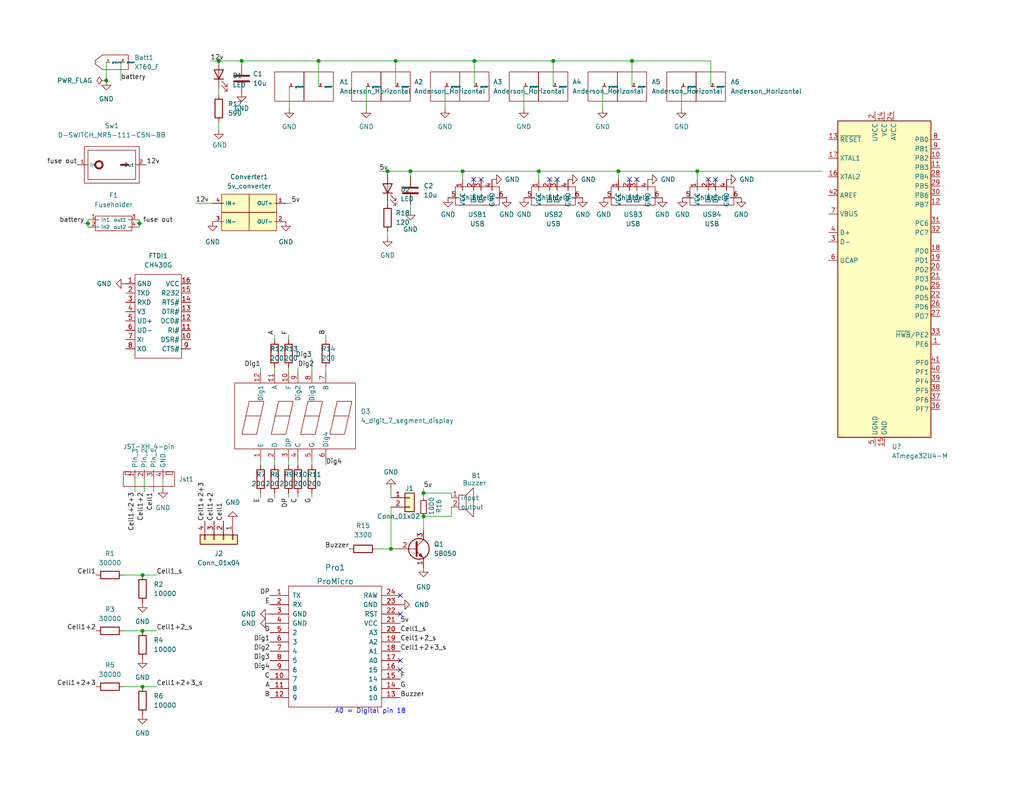
<source format=kicad_sch>
(kicad_sch (version 20211123) (generator eeschema)
  (paper "USLetter")
  (title_block (title "Power Distribution Board") (rev "1") (company "Pioneers in Engineering") (comment 1 "Design By: Justin H."))
  (lib_symbols
    (symbol "5v_converter_1"
      (property "Reference" "U" (at 0 8.5 0))
      (property "Value" "5v_converter_1" (at 0.5 6.5 0))
      (symbol "5v_converter_1_0_0"
        (pin passive line (at 10 2.5 180) (length 3) (name "OUT+") (number "1"))
        (pin passive line (at 10 -2.5 180) (length 3) (name "OUT-") (number "2"))
        (pin passive line (at -10 -2.5 0) (length 3) (name "IN-") (number "3"))
        (pin passive line (at -10 2.5 0) (length 3) (name "IN+") (number "4"))
      )
      (symbol "5v_converter_1_0_1"
        (rectangle (start 0 0) (end -7.5 -5) (fill (type background)))
        (rectangle (start 0 0) (end 7.5 -5) (fill (type background)))
        (rectangle (start 0 5) (end -7.5 0) (fill (type background)))
        (rectangle (start 0 5) (end 7.5 0) (fill (type background)))
      )
    )
    (symbol "Connector_Generic:Conn_01x02" (pin_names (offset 1.016) hide)
      (property "Reference" "J" (at 0 2.54 0))
      (property "Value" "Conn_01x02" (at 0 -5.08 0))
      (symbol "Conn_01x02_1_1"
        (rectangle (start -1.27 -2.413) (end 0 -2.667) (stroke (width 0.1524)))
        (rectangle (start -1.27 0.127) (end 0 -0.127) (stroke (width 0.1524)))
        (rectangle (start -1.27 1.27) (end 1.27 -3.81) (stroke (width 0.254)) (fill (type background)))
        (pin passive line (at -5.08 0 0) (length 3.81) (name "Pin_1") (number "1"))
        (pin passive line (at -5.08 -2.54 0) (length 3.81) (name "Pin_2") (number "2"))
      )
    )
    (symbol "Connector_Generic:Conn_01x04" (pin_names (offset 1.016) hide)
      (property "Reference" "J" (at 0 5.08 0))
      (property "Value" "Conn_01x04" (at 0 -7.62 0))
      (symbol "Conn_01x04_1_1"
        (rectangle (start -1.27 -4.953) (end 0 -5.207) (stroke (width 0.1524)))
        (rectangle (start -1.27 -2.413) (end 0 -2.667) (stroke (width 0.1524)))
        (rectangle (start -1.27 0.127) (end 0 -0.127) (stroke (width 0.1524)))
        (rectangle (start -1.27 2.667) (end 0 2.413) (stroke (width 0.1524)))
        (rectangle (start -1.27 3.81) (end 1.27 -6.35) (stroke (width 0.254)) (fill (type background)))
        (pin passive line (at -5.08 2.54 0) (length 3.81) (name "Pin_1") (number "1"))
        (pin passive line (at -5.08 0 0) (length 3.81) (name "Pin_2") (number "2"))
        (pin passive line (at -5.08 -2.54 0) (length 3.81) (name "Pin_3") (number "3"))
        (pin passive line (at -5.08 -5.08 0) (length 3.81) (name "Pin_4") (number "4"))
      )
    )
    (symbol "Device:C" (pin_numbers hide) (pin_names (offset 0.254))
      (property "Reference" "C" (at 0.635 2.54 0))
      (property "Value" "C" (at 0.635 -2.54 0))
      (symbol "C_0_1"
        (polyline (pts (xy -2.032 -0.762) (xy 2.032 -0.762)) (stroke (width 0.508)))
        (polyline (pts (xy -2.032 0.762) (xy 2.032 0.762)) (stroke (width 0.508)))
      )
      (symbol "C_1_1"
        (pin passive line (at 0 3.81 270) (length 2.794) (name "~") (number "1"))
        (pin passive line (at 0 -3.81 90) (length 2.794) (name "~") (number "2"))
      )
    )
    (symbol "Device:LED" (pin_numbers hide) (pin_names (offset 1.016) hide)
      (property "Reference" "D" (at 0 2.54 0))
      (property "Value" "LED" (at 0 -2.54 0))
      (symbol "LED_0_1"
        (polyline (pts (xy -1.27 -1.27) (xy -1.27 1.27)) (stroke (width 0.254)))
        (polyline (pts (xy -1.27 0) (xy 1.27 0)))
        (polyline (pts (xy 1.27 -1.27) (xy 1.27 1.27) (xy -1.27 0) (xy 1.27 -1.27)) (stroke (width 0.254)))
        (polyline (pts (xy -3.048 -0.762) (xy -4.572 -2.286) (xy -3.81 -2.286) (xy -4.572 -2.286) (xy -4.572 -1.524)))
        (polyline (pts (xy -1.778 -0.762) (xy -3.302 -2.286) (xy -2.54 -2.286) (xy -3.302 -2.286) (xy -3.302 -1.524)))
      )
      (symbol "LED_1_1"
        (pin passive line (at -3.81 0 0) (length 2.54) (name "K") (number "1"))
        (pin passive line (at 3.81 0 180) (length 2.54) (name "A") (number "2"))
      )
    )
    (symbol "Device:R" (pin_numbers hide) (pin_names (offset 0))
      (property "Reference" "R" (at 2.032 0 90))
      (property "Value" "R" (at 0 0 90))
      (symbol "R_0_1"
        (rectangle (start -1.016 -2.54) (end 1.016 2.54) (stroke (width 0.254)))
      )
      (symbol "R_1_1"
        (pin passive line (at 0 3.81 270) (length 1.27) (name "~") (number "1"))
        (pin passive line (at 0 -3.81 90) (length 1.27) (name "~") (number "2"))
      )
    )
    (symbol "Device:R_Small" (pin_numbers hide) (pin_names (offset 0.254) hide)
      (property "Reference" "R" (at 0.762 0.508 0))
      (property "Value" "R_Small" (at 0.762 -1.016 0))
      (symbol "R_Small_0_1"
        (rectangle (start -0.762 1.778) (end 0.762 -1.778) (stroke (width 0.2032)))
      )
      (symbol "R_Small_1_1"
        (pin passive line (at 0 2.54 270) (length 0.762) (name "~") (number "1"))
        (pin passive line (at 0 -2.54 90) (length 0.762) (name "~") (number "2"))
      )
    )
    (symbol "MCU_Microchip_ATmega:ATmega32U4-M"
      (property "Reference" "U" (at -12.7 44.45 0))
      (property "Value" "ATmega32U4-M" (at 2.54 -44.45 0))
      (symbol "ATmega32U4-M_0_1"
        (rectangle (start -12.7 -43.18) (end 12.7 43.18) (stroke (width 0.254)) (fill (type background)))
      )
      (symbol "ATmega32U4-M_1_1"
        (pin bidirectional line (at 15.24 -17.78 180) (length 2.54) (name "PE6") (number "1"))
        (pin bidirectional line (at 15.24 33.02 180) (length 2.54) (name "PB2") (number "10"))
        (pin bidirectional line (at 15.24 30.48 180) (length 2.54) (name "PB3") (number "11"))
        (pin bidirectional line (at 15.24 20.32 180) (length 2.54) (name "PB7") (number "12"))
        (pin input line (at -15.24 38.1 0) (length 2.54) (name "~{RESET}") (number "13"))
        (pin power_in line (at 0 45.72 270) (length 2.54) (name "VCC") (number "14"))
        (pin power_in line (at 0 -45.72 90) (length 2.54) (name "GND") (number "15"))
        (pin output line (at -15.24 27.94 0) (length 2.54) (name "XTAL2") (number "16"))
        (pin input line (at -15.24 33.02 0) (length 2.54) (name "XTAL1") (number "17"))
        (pin bidirectional line (at 15.24 7.62 180) (length 2.54) (name "PD0") (number "18"))
        (pin bidirectional line (at 15.24 5.08 180) (length 2.54) (name "PD1") (number "19"))
        (pin power_in line (at -2.54 45.72 270) (length 2.54) (name "UVCC") (number "2"))
        (pin bidirectional line (at 15.24 2.54 180) (length 2.54) (name "PD2") (number "20"))
        (pin bidirectional line (at 15.24 0 180) (length 2.54) (name "PD3") (number "21"))
        (pin bidirectional line (at 15.24 -5.08 180) (length 2.54) (name "PD5") (number "22"))
        (pin passive line (at 0 -45.72 90) (length 2.54) hide (name "GND") (number "23"))
        (pin power_in line (at 2.54 45.72 270) (length 2.54) (name "AVCC") (number "24"))
        (pin bidirectional line (at 15.24 -2.54 180) (length 2.54) (name "PD4") (number "25"))
        (pin bidirectional line (at 15.24 -7.62 180) (length 2.54) (name "PD6") (number "26"))
        (pin bidirectional line (at 15.24 -10.16 180) (length 2.54) (name "PD7") (number "27"))
        (pin bidirectional line (at 15.24 27.94 180) (length 2.54) (name "PB4") (number "28"))
        (pin bidirectional line (at 15.24 25.4 180) (length 2.54) (name "PB5") (number "29"))
        (pin bidirectional line (at -15.24 10.16 0) (length 2.54) (name "D-") (number "3"))
        (pin bidirectional line (at 15.24 22.86 180) (length 2.54) (name "PB6") (number "30"))
        (pin bidirectional line (at 15.24 15.24 180) (length 2.54) (name "PC6") (number "31"))
        (pin bidirectional line (at 15.24 12.7 180) (length 2.54) (name "PC7") (number "32"))
        (pin bidirectional line (at 15.24 -15.24 180) (length 2.54) (name "~{HWB}/PE2") (number "33"))
        (pin passive line (at 0 45.72 270) (length 2.54) hide (name "VCC") (number "34"))
        (pin passive line (at 0 -45.72 90) (length 2.54) hide (name "GND") (number "35"))
        (pin bidirectional line (at 15.24 -35.56 180) (length 2.54) (name "PF7") (number "36"))
        (pin bidirectional line (at 15.24 -33.02 180) (length 2.54) (name "PF6") (number "37"))
        (pin bidirectional line (at 15.24 -30.48 180) (length 2.54) (name "PF5") (number "38"))
        (pin bidirectional line (at 15.24 -27.94 180) (length 2.54) (name "PF4") (number "39"))
        (pin bidirectional line (at -15.24 12.7 0) (length 2.54) (name "D+") (number "4"))
        (pin bidirectional line (at 15.24 -25.4 180) (length 2.54) (name "PF1") (number "40"))
        (pin bidirectional line (at 15.24 -22.86 180) (length 2.54) (name "PF0") (number "41"))
        (pin passive line (at -15.24 22.86 0) (length 2.54) (name "AREF") (number "42"))
        (pin passive line (at 0 -45.72 90) (length 2.54) hide (name "GND") (number "43"))
        (pin passive line (at 2.54 45.72 270) (length 2.54) hide (name "AVCC") (number "44"))
        (pin passive line (at 0 -45.72 90) (length 2.54) hide (name "GND") (number "45"))
        (pin passive line (at -2.54 -45.72 90) (length 2.54) (name "UGND") (number "5"))
        (pin passive line (at -15.24 5.08 0) (length 2.54) (name "UCAP") (number "6"))
        (pin input line (at -15.24 17.78 0) (length 2.54) (name "VBUS") (number "7"))
        (pin bidirectional line (at 15.24 38.1 180) (length 2.54) (name "PB0") (number "8"))
        (pin bidirectional line (at 15.24 35.56 180) (length 2.54) (name "PB1") (number "9"))
      )
    )
    (symbol "PiE_Symbols:4_digit_7_segment_display"
      (property "Reference" "D" (at 30 -2 0))
      (property "Value" "4_digit_7_segment_display" (at 30 1 0))
      (symbol "4_digit_7_segment_display_0_1"
        (rectangle (start -16 11) (end 17 -7))
        (polyline (pts (xy -9 2) (xy -13 2)))
        (polyline (pts (xy -1 2) (xy -5 2)))
        (polyline (pts (xy 7 2) (xy 3 2)))
        (polyline (pts (xy 15 2) (xy 11 2)))
        (polyline (pts (xy -12 6) (xy -8 6) (xy -10 -3) (xy -14 -3) (xy -12 6)))
        (polyline (pts (xy -4 6) (xy 0 6) (xy -2 -3) (xy -6 -3) (xy -4 6)))
        (polyline (pts (xy 4 6) (xy 8 6) (xy 6 -3) (xy 2 -3) (xy 4 6)))
        (polyline (pts (xy 12 6) (xy 16 6) (xy 14 -3) (xy 10 -3) (xy 12 6)))
      )
      (symbol "4_digit_7_segment_display_1_1"
        (pin passive line (at -8.89 -10.16 90) (length 3) (name "E") (number "1"))
        (pin passive line (at -1.27 13.97 270) (length 3) (name "F") (number "10"))
        (pin passive line (at -5.08 13.97 270) (length 3) (name "A") (number "11"))
        (pin passive line (at -8.89 13.97 270) (length 3) (name "Dig1") (number "12"))
        (pin passive line (at -5.08 -10.16 90) (length 3) (name "D") (number "2"))
        (pin passive line (at -1.27 -10.16 90) (length 3) (name "DP") (number "3"))
        (pin passive line (at 1.27 -10.16 90) (length 3) (name "C") (number "4"))
        (pin passive line (at 5.08 -10.16 90) (length 3) (name "G") (number "5"))
        (pin passive line (at 8.89 -10.16 90) (length 3) (name "Dig4") (number "6"))
        (pin passive line (at 8.89 13.97 270) (length 3) (name "B") (number "7"))
        (pin passive line (at 5.08 13.97 270) (length 3) (name "Dig3") (number "8"))
        (pin passive line (at 1.27 13.97 270) (length 3) (name "Dig2") (number "9"))
      )
    )
    (symbol "PiE_Symbols:Anderson_Horizontal"
      (property "Reference" "U" (at 0 4.54 0))
      (property "Value" "Anderson_Horizontal" (at 0 2 0))
      (symbol "Anderson_Horizontal_0_1"
        (rectangle (start 0 0) (end -8 -8))
        (rectangle (start 0 0) (end 8 -8))
      )
      (symbol "Anderson_Horizontal_1_1"
        (pin passive line (at -4 -4 0) (length 1) (name "ground") (number "1"))
        (pin passive line (at 4 -4 0) (length 1) (name "power") (number "2"))
      )
    )
    (symbol "PiE_Symbols:Buzzer"
      (property "Reference" "B" (at 0 9 0))
      (property "Value" "Buzzer" (at 0 11 0))
      (symbol "Buzzer_0_1"
        (rectangle (start -2 4) (end 2 2))
        (polyline (pts (xy -2 4) (xy -4 6) (xy 4 6) (xy 2 4)))
      )
      (symbol "Buzzer_1_1"
        (pin passive line (at -1.27 0 90) (length 2) (name "input") (number "1"))
        (pin passive line (at 1.27 0 90) (length 2) (name "output") (number "2"))
      )
    )
    (symbol "PiE_Symbols:CH430G"
      (property "Reference" "FTDI" (at 0 1.73 0))
      (property "Value" "CH430G" (at 0 3.73 0))
      (symbol "CH430G_0_1"
        (rectangle (start -6.35 0) (end 6.35 -22.86))
      )
      (symbol "CH430G_1_1"
        (pin passive line (at -8.89 -2.54 0) (length 2.54) (name "GND") (number "1"))
        (pin passive line (at 8.89 -17.78 180) (length 2.54) (name "DSR#") (number "10"))
        (pin passive line (at 8.89 -15.24 180) (length 2.54) (name "RI#") (number "11"))
        (pin passive line (at 8.89 -12.7 180) (length 2.54) (name "DCD#") (number "12"))
        (pin passive line (at 8.89 -10.16 180) (length 2.54) (name "DTR#") (number "13"))
        (pin passive line (at 8.89 -7.62 180) (length 2.54) (name "RTS#") (number "14"))
        (pin passive line (at 8.89 -5.08 180) (length 2.54) (name "R232") (number "15"))
        (pin passive line (at 8.89 -2.54 180) (length 2.54) (name "VCC") (number "16"))
        (pin passive line (at -8.89 -5.08 0) (length 2.54) (name "TXD") (number "2"))
        (pin passive line (at -8.89 -7.62 0) (length 2.54) (name "RXD") (number "3"))
        (pin passive line (at -8.89 -10.16 0) (length 2.54) (name "V3") (number "4"))
        (pin passive line (at -8.89 -12.7 0) (length 2.54) (name "UD+") (number "5"))
        (pin passive line (at -8.89 -15.24 0) (length 2.54) (name "UD-") (number "6"))
        (pin passive line (at -8.89 -17.78 0) (length 2.54) (name "XI") (number "7"))
        (pin passive line (at -8.89 -20.32 0) (length 2.54) (name "XO") (number "8"))
        (pin passive line (at 8.89 -20.32 180) (length 2.54) (name "CTS#") (number "9"))
      )
    )
    (symbol "PiE_Symbols:D-SWITCH_MR5-111-C5N-BB"
      (property "Reference" "Sw" (at 0 6 0))
      (property "Value" "D-SWITCH_MR5-111-C5N-BB" (at 0 8 0))
      (symbol "D-SWITCH_MR5-111-C5N-BB_0_1"
        (rectangle (start -7 5) (end 8 -5))
        (rectangle (start -6 4) (end 7 -4))
        (circle (center -3 0) (radius 1) (stroke (width 0.5)))
        (polyline (pts (xy 3 0) (xy 5 0)) (stroke (width 0.5)))
      )
      (symbol "D-SWITCH_MR5-111-C5N-BB_1_1"
        (pin passive line (at -9 0 0) (length 3) (name "In") (number "1"))
        (pin passive line (at 10 0 180) (length 3) (name "Out") (number "2"))
      )
    )
    (symbol "PiE_Symbols:Fuseholder"
      (property "Reference" "F" (at 0 3 0))
      (property "Value" "Fuseholder" (at 0 5 0))
      (symbol "Fuseholder_0_0"
        (rectangle (start -5 2) (end 5 -2))
      )
      (symbol "Fuseholder_1_1"
        (pin passive line (at -7 1 0) (length 3) (name "in1") (number "1"))
        (pin passive line (at -7 -1 0) (length 3) (name "in2") (number "2"))
        (pin passive line (at 7 1 180) (length 3) (name "out1") (number "3"))
        (pin passive line (at 7 -1 180) (length 3) (name "out2") (number "4"))
      )
    )
    (symbol "PiE_Symbols:JST-XH_4-pin"
      (property "Reference" "Jst" (at 0 -10.16 0))
      (property "Value" "JST-XH_4-pin" (at 1.27 -8.89 0))
      (symbol "JST-XH_4-pin_0_1"
        (rectangle (start -7 2) (end 7 -2))
        (rectangle (start -6.5 2) (end -4.95 1.2))
        (rectangle (start 4.65 2) (end 6.45 1.25))
      )
      (symbol "JST-XH_4-pin_1_1"
        (pin passive line (at -3.81 0 90) (length 2.54) (name "Pin_3") (number "1"))
        (pin passive line (at -1.27 0 90) (length 2.54) (name "Pin_2") (number "2"))
        (pin passive line (at 1.27 0 90) (length 2.54) (name "Pin_1") (number "3"))
        (pin input line (at 3.81 0 90) (length 2.54) (name "GND") (number "4"))
      )
    )
    (symbol "PiE_Symbols:ProMicro" (pin_names (offset 1.016))
      (property "Reference" "U" (at 0 24.13 0))
      (property "Value" "ProMicro" (at 0 -13.97 0))
      (symbol "ProMicro_0_1"
        (rectangle (start -12.7 21.59) (end 12.7 -11.43))
      )
      (symbol "ProMicro_1_1"
        (pin bidirectional line (at -17.78 19.05 0) (length 5.08) (name "TX") (number "1"))
        (pin bidirectional line (at -17.78 -3.81 0) (length 5.08) (name "7") (number "10"))
        (pin bidirectional line (at -17.78 -6.35 0) (length 5.08) (name "8") (number "11"))
        (pin bidirectional line (at -17.78 -8.89 0) (length 5.08) (name "9") (number "12"))
        (pin bidirectional line (at 17.78 -8.89 180) (length 5.08) (name "10") (number "13"))
        (pin bidirectional line (at 17.78 -6.35 180) (length 5.08) (name "16") (number "14"))
        (pin bidirectional line (at 17.78 -3.81 180) (length 5.08) (name "14") (number "15"))
        (pin bidirectional line (at 17.78 -1.27 180) (length 5.08) (name "15") (number "16"))
        (pin bidirectional line (at 17.78 1.27 180) (length 5.08) (name "A0") (number "17"))
        (pin bidirectional line (at 17.78 3.81 180) (length 5.08) (name "A1") (number "18"))
        (pin bidirectional line (at 17.78 6.35 180) (length 5.08) (name "A2") (number "19"))
        (pin bidirectional line (at -17.78 16.51 0) (length 5.08) (name "RX") (number "2"))
        (pin bidirectional line (at 17.78 8.89 180) (length 5.08) (name "A3") (number "20"))
        (pin bidirectional line (at 17.78 11.43 180) (length 5.08) (name "VCC") (number "21"))
        (pin input line (at 17.78 13.97 180) (length 5.08) (name "RST") (number "22"))
        (pin power_in line (at 17.78 16.51 180) (length 5.08) (name "GND") (number "23"))
        (pin power_out line (at 17.78 19.05 180) (length 5.08) (name "RAW") (number "24"))
        (pin power_in line (at -17.78 13.97 0) (length 5.08) (name "GND") (number "3"))
        (pin power_in line (at -17.78 11.43 0) (length 5.08) (name "GND") (number "4"))
        (pin bidirectional line (at -17.78 8.89 0) (length 5.08) (name "2") (number "5"))
        (pin bidirectional line (at -17.78 6.35 0) (length 5.08) (name "3") (number "6"))
        (pin bidirectional line (at -17.78 3.81 0) (length 5.08) (name "4") (number "7"))
        (pin bidirectional line (at -17.78 1.27 0) (length 5.08) (name "5") (number "8"))
        (pin bidirectional line (at -17.78 -1.27 0) (length 5.08) (name "6") (number "9"))
      )
    )
    (symbol "PiE_Symbols:USB_Type_A_903-331A1011D10100"
      (property "Reference" "USB" (at 0 10 0))
      (property "Value" "USB_Type_A_903-331A1011D10100" (at 1 12 0))
      (symbol "USB_Type_A_903-331A1011D10100_0_1"
        (rectangle (start -6 2) (end 6 -3))
      )
      (symbol "USB_Type_A_903-331A1011D10100_1_1"
        (pin passive line (at 4 -5 90) (length 3) (name "VCC") (number "1"))
        (pin passive line (at 1 -5 90) (length 3) (name "D-") (number "2"))
        (pin passive line (at -1 -5 90) (length 3) (name "D+") (number "3"))
        (pin passive line (at -4 -5 90) (length 3) (name "GND") (number "4"))
        (pin passive line (at 8 0 180) (length 3) (name "Shield") (number "5"))
        (pin passive line (at -8 0 0) (length 3) (name "Shield") (number "6"))
      )
    )
    (symbol "PiE_Symbols:XT60_F"
      (property "Reference" "U" (at 0 3.81 0))
      (property "Value" "XT60_F" (at 0 1.27 0))
      (symbol "XT60_F_0_1"
        (polyline (pts (xy -5 -1.5) (xy -5 -2.5)))
        (polyline (pts (xy -5 -1.5) (xy -3 0)))
        (polyline (pts (xy -3 -4) (xy -5 -2.5)))
        (polyline (pts (xy -3 -4) (xy 4 -4)))
        (polyline (pts (xy 4 -4) (xy 4 0)))
        (polyline (pts (xy 4 0) (xy -3 0)))
      )
      (symbol "XT60_F_1_1"
        (pin passive line (at -2 -2 0) (length 1) (name "ground") (number "1"))
        (pin passive line (at 2 -2 0) (length 1) (name "power") (number "2"))
      )
    )
    (symbol "Transistor_BJT:S8050" (pin_names (offset 0) hide)
      (property "Reference" "Q" (at 5.08 1.905 0))
      (property "Value" "S8050" (at 5.08 0 0))
      (symbol "S8050_0_1"
        (polyline (pts (xy 0 0) (xy 0.635 0)))
        (polyline (pts (xy 0.635 0.635) (xy 2.54 2.54)))
        (polyline (pts (xy 0.635 -0.635) (xy 2.54 -2.54) (xy 2.54 -2.54)))
        (polyline (pts (xy 0.635 1.905) (xy 0.635 -1.905) (xy 0.635 -1.905)) (stroke (width 0.508)))
        (polyline (pts (xy 1.27 -1.778) (xy 1.778 -1.27) (xy 2.286 -2.286) (xy 1.27 -1.778) (xy 1.27 -1.778)) (fill (type outline)))
        (circle (center 1.27 0) (radius 2.8194) (stroke (width 0.254)))
      )
      (symbol "S8050_1_1"
        (pin passive line (at 2.54 -5.08 90) (length 2.54) (name "E") (number "1"))
        (pin input line (at -5.08 0 0) (length 5.08) (name "B") (number "2"))
        (pin passive line (at 2.54 5.08 270) (length 2.54) (name "C") (number "3"))
      )
    )
    (symbol "power:GND" (power) (pin_names (offset 0))
      (property "Value" "GND" (at 0 -3.81 0))
      (symbol "GND_0_1"
        (polyline (pts (xy 0 0) (xy 0 -1.27) (xy 1.27 -1.27) (xy 0 -2.54) (xy -1.27 -1.27) (xy 0 -1.27)))
      )
      (symbol "GND_1_1"
        (pin power_in line (at 0 0 270) (length 0) hide (name "GND") (number "1"))
      )
    )
    (symbol "power:PWR_FLAG" (power) (pin_numbers hide) (pin_names (offset 0) hide)
      (property "Value" "PWR_FLAG" (at 0 3.81 0))
      (symbol "PWR_FLAG_0_0"
        (pin power_out line (at 0 0 90) (length 0) (name "pwr") (number "1"))
      )
      (symbol "PWR_FLAG_0_1"
        (polyline (pts (xy 0 0) (xy 0 1.27) (xy -1.016 1.905) (xy 0 2.54) (xy 1.016 1.905) (xy 0 1.27)))
      )
    )
  )
  (junction (at 115.57 134.62))
  (junction (at 38 61))
  (junction (at 115.57 140.97))
  (junction (at 38.89 157))
  (junction (at 147 46.75))
  (junction (at 65.94 16.63))
  (junction (at 86.94 16.63))
  (junction (at 105.75 46.75))
  (junction (at 38.89 172.24))
  (junction (at 190.25 46.75))
  (junction (at 24 61))
  (junction (at 106.68 149.86))
  (junction (at 129.44 16.63))
  (junction (at 107.94 16.63))
  (junction (at 59.69 16.51))
  (junction (at 150.94 16.63))
  (junction (at 59.69 16.63))
  (junction (at 38.89 187.48))
  (junction (at 126.25 46.75))
  (junction (at 29 22))
  (junction (at 112 46.75))
  (junction (at 172.44 16.63))
  (junction (at 168.75 46.75))
  (no_connect (at 173.75 49))
  (no_connect (at 131.25 49))
  (no_connect (at 129.25 49))
  (no_connect (at 152 49))
  (no_connect (at 195.25 49))
  (no_connect (at 171.75 49))
  (no_connect (at 109.22 182.88))
  (no_connect (at 109.22 180.34))
  (no_connect (at 109.22 162.56))
  (no_connect (at 109.22 167.64))
  (no_connect (at 150 49))
  (no_connect (at 193.25 49))
  (wire (pts (xy 123.19 135.89) (xy 123.19 134.62)))
  (wire (pts (xy 88.9 100.33) (xy 88.9 101.6)))
  (wire (pts (xy 81.28 100.33) (xy 81.28 101.6)))
  (wire (pts (xy 78.94 23.63) (xy 78.94 29.63)))
  (wire (pts (xy 190.25 46.75) (xy 224.25 46.75)))
  (wire (pts (xy 126.25 46.75) (xy 147 46.75)))
  (wire (pts (xy 38 60) (xy 38 61)))
  (wire (pts (xy 105.75 55.63) (xy 105.75 55.25)))
  (wire (pts (xy 168.75 46.75) (xy 168.75 49)))
  (wire (pts (xy 74.93 100.33) (xy 74.93 101.6)))
  (wire (pts (xy 39.37 130.81) (xy 39.37 134.31)))
  (wire (pts (xy 86.94 16.63) (xy 86.94 23.63)))
  (wire (pts (xy 86.94 16.63) (xy 107.94 16.63)))
  (wire (pts (xy 41.91 130.81) (xy 41.91 134.31)))
  (wire (pts (xy 88.9 125.73) (xy 88.9 127)))
  (wire (pts (xy 71.12 100.33) (xy 71.12 101.6)))
  (wire (pts (xy 85.09 125.73) (xy 85.09 127)))
  (wire (pts (xy 53.41 55.45) (xy 58 55.5)))
  (wire (pts (xy 147 46.75) (xy 168.75 46.75)))
  (wire (pts (xy 164.44 23.63) (xy 164.44 29.63)))
  (wire (pts (xy 38 61) (xy 38 62)))
  (wire (pts (xy 57.44 16.63) (xy 59.69 16.63)))
  (wire (pts (xy 38.89 187.48) (xy 42.7 187.48)))
  (wire (pts (xy 74.93 91.44) (xy 74.93 92.71)))
  (wire (pts (xy 74.93 134.62) (xy 74.93 135.89)))
  (wire (pts (xy 65.94 16.63) (xy 65.94 17.63)))
  (wire (pts (xy 112 55.81) (xy 112 57.5)))
  (wire (pts (xy 123.19 138.43) (xy 123.19 140.97)))
  (wire (pts (xy 112 46.75) (xy 126.25 46.75)))
  (wire (pts (xy 185.94 23.63) (xy 185.94 29.63)))
  (wire (pts (xy 65.94 25.25) (xy 65.94 25.19)))
  (wire (pts (xy 115.57 133.35) (xy 115.57 134.62)))
  (wire (pts (xy 107.94 16.63) (xy 129.44 16.63)))
  (wire (pts (xy 107.94 16.63) (xy 107.94 23.63)))
  (wire (pts (xy 168.75 46.75) (xy 190.25 46.75)))
  (wire (pts (xy 71.12 125.73) (xy 71.12 127)))
  (wire (pts (xy 59.69 16.51) (xy 59.69 16.63)))
  (wire (pts (xy 190.25 46.75) (xy 190.25 49)))
  (wire (pts (xy 193.94 16.63) (xy 193.94 23.63)))
  (wire (pts (xy 115.57 134.62) (xy 123.19 134.62)))
  (wire (pts (xy 33.81 172.24) (xy 38.89 172.24)))
  (wire (pts (xy 44.45 130.81) (xy 44.45 133.35)))
  (wire (pts (xy 102.87 149.86) (xy 106.68 149.86)))
  (wire (pts (xy 24 61) (xy 24 62)))
  (wire (pts (xy 129.44 16.63) (xy 129.44 23.63)))
  (wire (pts (xy 150.94 16.63) (xy 172.44 16.63)))
  (wire (pts (xy 105.75 46.75) (xy 105.75 47.63)))
  (wire (pts (xy 121.44 23.63) (xy 121.44 29.63)))
  (wire (pts (xy 172.44 16.63) (xy 172.44 23.63)))
  (wire (pts (xy 112 46.75) (xy 112 48.19)))
  (wire (pts (xy 85.09 134.62) (xy 85.09 135.89)))
  (wire (pts (xy 129.44 16.63) (xy 150.94 16.63)))
  (wire (pts (xy 33 17) (xy 33 22)))
  (wire (pts (xy 59.69 33.44) (xy 59.69 35.38)))
  (wire (pts (xy 33.81 157) (xy 38.89 157)))
  (wire (pts (xy 38.89 157) (xy 42.7 157)))
  (wire (pts (xy 147 46.75) (xy 147 49)))
  (wire (pts (xy 105.75 63.25) (xy 105.75 64.75)))
  (wire (pts (xy 85.09 97.79) (xy 85.09 101.6)))
  (wire (pts (xy 103.5 46.75) (xy 105.75 46.75)))
  (wire (pts (xy 81.28 125.73) (xy 81.28 127)))
  (wire (pts (xy 59.69 25.82) (xy 59.69 24.13)))
  (wire (pts (xy 71.12 134.62) (xy 71.12 135.89)))
  (wire (pts (xy 150.94 16.63) (xy 150.94 23.63)))
  (wire (pts (xy 38 61) (xy 39 61)))
  (wire (pts (xy 88.9 91.44) (xy 88.9 92.71)))
  (wire (pts (xy 105.75 46.75) (xy 112 46.75)))
  (wire (pts (xy 59.69 16.63) (xy 65.94 16.63)))
  (wire (pts (xy 33.81 187.48) (xy 38.89 187.48)))
  (wire (pts (xy 78.74 91.44) (xy 78.74 92.71)))
  (wire (pts (xy 24 60) (xy 24 61)))
  (wire (pts (xy 78.74 100.33) (xy 78.74 101.6)))
  (wire (pts (xy 99.94 23.63) (xy 99.94 29.63)))
  (wire (pts (xy 78.74 134.62) (xy 78.74 135.89)))
  (wire (pts (xy 115.57 140.97) (xy 123.19 140.97)))
  (wire (pts (xy 74.93 125.73) (xy 74.93 127)))
  (wire (pts (xy 106.68 149.86) (xy 107.95 149.86)))
  (wire (pts (xy 172.44 16.63) (xy 193.94 16.63)))
  (wire (pts (xy 78.74 125.73) (xy 78.74 127)))
  (wire (pts (xy 65.94 16.63) (xy 86.94 16.63)))
  (wire (pts (xy 78 55.5) (xy 79.5 55.5)))
  (wire (pts (xy 115.57 134.62) (xy 115.57 135.89)))
  (wire (pts (xy 126.25 46.75) (xy 126.25 49)))
  (wire (pts (xy 81.28 134.62) (xy 81.28 135.89)))
  (wire (pts (xy 23 61) (xy 24 61)))
  (wire (pts (xy 115.57 140.97) (xy 115.57 144.78)))
  (wire (pts (xy 29 17) (xy 29 22)))
  (wire (pts (xy 38.89 172.24) (xy 42.7 172.24)))
  (wire (pts (xy 36.83 130.81) (xy 36.83 134.31)))
  (wire (pts (xy 106.68 138.43) (xy 106.68 149.86)))
  (wire (pts (xy 106.68 133.35) (xy 106.68 135.89)))
  (wire (pts (xy 142.94 23.63) (xy 142.94 29.63)))
  (text "A0 = Digital pin 18" (at 91.3556 194.97 0) (effects (font (size 1.27 1.27)) (justify left bottom)))
  (label "E" (at 71.12 135.89 270))
  (label "5v" (at 103.5 46.75 0))
  (label "B" (at 88.9 91.44 90))
  (label "12v" (at 57.44 16.63 0))
  (label "Cell1+2+3_s" (at 109.22 177.8 0))
  (label "5v" (at 115.57 133.35 0))
  (label "G" (at 85.09 135.89 270))
  (label "Cell1" (at 41.91 134.31 270))
  (label "Dig2" (at 73.66 177.8 180))
  (label "Dig4" (at 73.66 182.88 180))
  (label "Cell1+2+3" (at 55.88 142.24 90))
  (label "12v" (at 53.41 55.45 0))
  (label "A" (at 73.66 187.96 180))
  (label "battery" (at 33 22 0))
  (label "Cell1_s" (at 42.7 157 0))
  (label "Cell1+2_s" (at 42.7 172.24 0))
  (label "Cell1" (at 60.96 142.24 90))
  (label "Cell1+2+3" (at 36.83 134.31 270))
  (label "Buzzer" (at 109.22 190.5 0))
  (label "Dig4" (at 88.9 127 0))
  (label "Cell1_s" (at 109.22 172.72 0))
  (label "Cell1+2" (at 58.42 142.24 90))
  (label "Buzzer" (at 95.25 149.86 180))
  (label "Dig3" (at 73.66 180.34 180))
  (label "fuse out" (at 21 45 180))
  (label "F" (at 78.74 91.44 90))
  (label "5v" (at 109.22 170.18 0))
  (label "C" (at 73.66 185.42 180))
  (label "F" (at 109.22 185.42 0))
  (label "Cell1" (at 26.19 157 180))
  (label "E" (at 73.66 165.1 180))
  (label "Cell1+2" (at 26.19 172.24 180))
  (label "Cell1+2+3" (at 26.19 187.48 180))
  (label "fuse out" (at 39 61 0))
  (label "DP" (at 78.74 135.89 270))
  (label "C" (at 81.28 135.89 270))
  (label "Cell1+2" (at 39.37 134.31 270))
  (label "Dig1" (at 73.66 175.26 180))
  (label "D" (at 74.93 135.89 270))
  (label "G" (at 109.22 187.96 0))
  (label "Cell1+2+3_s" (at 42.7 187.48 0))
  (label "Dig1" (at 71.12 100.33 180))
  (label "Dig3" (at 85.09 97.79 180))
  (label "5v" (at 79.5 55.5 0))
  (label "B" (at 73.66 190.5 180))
  (label "battery" (at 23 61 180))
  (label "D" (at 73.66 172.72 180))
  (label "Dig2" (at 81.28 100.33 0))
  (label "A" (at 74.93 91.44 90))
  (label "Cell1+2_s" (at 109.22 175.26 0))
  (label "12v" (at 40 45 0))
  (label "DP" (at 73.66 162.56 180))
  (symbol (lib_id "Device:R") (at 30 157 90) (unit 1)
    (property "Reference" "R1" (at 30 151.13 90))
    (property "Value" "30000" (at 30 153.67 90))
    (property "Footprint" "Resistor_SMD:R_0603_1608Metric" (effects hide))
  )
  (symbol (lib_id "power:GND") (at 58 60.5 0) (unit 1)
    (property "Reference" "#PWR0115" (effects hide))
    (property "Value" "GND" (at 58 66.05 0))
  )
  (symbol (lib_id "power:GND") (at 138.25 54 0) (unit 1)
    (property "Reference" "#PWR0122" (effects hide))
    (property "Value" "GND" (at 138.25 58.57 0))
  )
  (symbol (lib_id "PiE_Symbols:CH430G") (at 43.18 74.93 0) (unit 1)
    (property "Reference" "FTDI1" (at 43.18 69.85 0))
    (property "Value" "CH430G" (at 43.18 72.39 0))
  )
  (symbol (lib_id "Device:R") (at 38.89 176.05 180) (unit 1)
    (property "Reference" "R4" (at 41.91 174.7799 0) (effects (justify right)))
    (property "Value" "10000" (at 41.91 177.3199 0) (effects (justify right)))
    (property "Footprint" "Resistor_SMD:R_0603_1608Metric" (effects hide))
  )
  (symbol (lib_id "power:GND") (at 180.75 54 0) (unit 1)
    (property "Reference" "#PWR0114" (effects hide))
    (property "Value" "GND" (at 180.75 58.57 0))
  )
  (symbol (lib_id "PiE_Symbols:Anderson_Horizontal") (at 189.94 19.63 0) (unit 1)
    (property "Reference" "A6" (at 199.33 22.3599 0) (effects (justify left)))
    (property "Value" "Anderson_Horizontal" (at 199.33 24.8999 0) (effects (justify left)))
    (property "Footprint" "PiE_Footprints:anderson_horizontal" (effects hide))
  )
  (symbol (lib_id "power:GND") (at 65.94 25.19 0) (unit 1)
    (property "Reference" "#PWR0108" (effects hide))
    (property "Value" "GND" (at 65.94 29.6 0))
  )
  (symbol (lib_id "Device:R_Small") (at 115.57 138.43 0) (unit 1)
    (property "Reference" "R16" (at 119.734 138.186 90))
    (property "Value" "1000" (at 117.734 138.186 90))
    (property "Footprint" "Resistor_SMD:R_0603_1608Metric" (effects hide))
  )
  (symbol (lib_id "PiE_Symbols:4_digit_7_segment_display") (at 80.01 115.57 0) (unit 1)
    (property "Reference" "D3" (at 98.41 112.2999 0) (effects (justify left)))
    (property "Value" "4_digit_7_segment_display" (at 98.41 114.8399 0) (effects (justify left)))
    (property "Footprint" "PiE_Footprints:LED-SEG-TH_12P-L30.0-W13.7-P2.54-S10.16-BL" (effects hide))
  )
  (symbol (lib_id "Device:R") (at 38.89 160.81 0) (unit 1)
    (property "Reference" "R2" (at 41.91 159.5399 0) (effects (justify left)))
    (property "Value" "10000" (at 41.91 162.0799 0) (effects (justify left)))
    (property "Footprint" "Resistor_SMD:R_0603_1608Metric" (effects hide))
  )
  (symbol (lib_id "power:GND") (at 164.44 29.63 0) (unit 1)
    (property "Reference" "#PWR0105" (effects hide))
    (property "Value" "GND" (at 164.44 34.58 0))
  )
  (symbol (lib_id "Device:R") (at 78.74 130.81 0) (unit 1)
    (property "Reference" "R9" (at 77.47 129.54 0) (effects (justify left)))
    (property "Value" "200" (at 76.2 132.08 0) (effects (justify left)))
    (property "Footprint" "Resistor_SMD:R_0603_1608Metric" (effects hide))
  )
  (symbol (lib_id "power:GND") (at 186.25 54 0) (unit 1)
    (property "Reference" "#PWR0113" (effects hide))
    (property "Value" "GND" (at 186.25 58.57 0))
  )
  (symbol (lib_id "power:GND") (at 143 54 0) (unit 1)
    (property "Reference" "#PWR0123" (effects hide))
    (property "Value" "GND" (at 143 58.57 0))
  )
  (symbol (lib_id "power:GND") (at 164.75 54 0) (unit 1)
    (property "Reference" "#PWR0129" (effects hide))
    (property "Value" "GND" (at 164.75 58.57 0))
  )
  (symbol (lib_id "power:GND") (at 59.69 35.38 0) (unit 1)
    (property "Reference" "#PWR0118" (effects hide))
    (property "Value" "GND" (at 59.94 39.63 0))
  )
  (symbol (lib_id "PiE_Symbols:D-SWITCH_MR5-111-C5N-BB") (at 30 45 0) (unit 1)
    (property "Reference" "Sw1" (at 30.5 34.332 0))
    (property "Value" "D-SWITCH_MR5-111-C5N-BB" (at 30.5 36.872 0))
    (property "Footprint" "PiE_Footprints:Rocker Switch" (effects hide))
  )
  (symbol (lib_id "power:PWR_FLAG") (at 29 22 90) (unit 1)
    (property "Reference" "#FLG0101" (effects hide))
    (property "Value" "PWR_FLAG" (at 25.2 21.9999 90) (effects (justify left)))
  )
  (symbol (lib_id "PiE_Symbols:USB_Type_A_903-331A1011D10100") (at 172.75 54 180) (unit 1)
    (property "Reference" "USB3" (at 172.75 58.57 0))
    (property "Value" "USB" (at 172.75 61.11 0))
    (property "Footprint" "PiE_Footprints:USB-A_female" (effects hide))
  )
  (symbol (lib_id "power:GND") (at 73.66 167.64 270) (unit 1)
    (property "Reference" "#PWR0131" (effects hide))
    (property "Value" "GND" (at 69.85 167.6399 90) (effects (justify right)))
  )
  (symbol (lib_id "Device:R") (at 74.93 130.81 0) (unit 1)
    (property "Reference" "R8" (at 73.66 129.54 0) (effects (justify left)))
    (property "Value" "200" (at 72.39 132.08 0) (effects (justify left)))
    (property "Footprint" "Resistor_SMD:R_0603_1608Metric" (effects hide))
  )
  (symbol (lib_id "Device:LED") (at 105.75 51.44 90) (unit 1)
    (property "Reference" "D2" (at 109.27 51.7574 90) (effects (justify right)))
    (property "Value" "LED" (at 109.27 54.2974 90) (effects (justify right)))
    (property "Footprint" "LED_SMD:LED_0603_1608Metric" (effects hide))
  )
  (symbol (lib_id "PiE_Symbols:USB_Type_A_903-331A1011D10100") (at 130.25 54 180) (unit 1)
    (property "Reference" "USB1" (at 130.25 58.57 0))
    (property "Value" "USB" (at 130.25 61.11 0))
    (property "Footprint" "PiE_Footprints:USB-A_female" (effects hide))
  )
  (symbol (lib_id "PiE_Symbols:Anderson_Horizontal") (at 168.44 19.63 0) (unit 1)
    (property "Reference" "A5" (at 177.74 22.3599 0) (effects (justify left)))
    (property "Value" "Anderson_Horizontal" (at 177.74 24.8999 0) (effects (justify left)))
    (property "Footprint" "PiE_Footprints:anderson_horizontal" (effects hide))
  )
  (symbol (lib_id "PiE_Symbols:USB_Type_A_903-331A1011D10100") (at 194.25 54 180) (unit 1)
    (property "Reference" "USB4" (at 194.25 58.57 0))
    (property "Value" "USB" (at 194.25 61.11 0))
    (property "Footprint" "PiE_Footprints:USB-A_female" (effects hide))
  )
  (symbol (lib_id "Device:R") (at 30 187.48 270) (unit 1)
    (property "Reference" "R5" (at 30 181.61 90))
    (property "Value" "30000" (at 30 184.15 90))
    (property "Footprint" "Resistor_SMD:R_0603_1608Metric" (effects hide))
  )
  (symbol (lib_id "PiE_Symbols:Anderson_Horizontal") (at 125.44 19.63 0) (unit 1)
    (property "Reference" "A3" (at 134.56 22.3599 0) (effects (justify left)))
    (property "Value" "Anderson_Horizontal" (at 134.56 24.8999 0) (effects (justify left)))
    (property "Footprint" "PiE_Footprints:anderson_horizontal" (effects hide))
  )
  (symbol (lib_id "power:GND") (at 134.25 49 90) (unit 1)
    (property "Reference" "#PWR0121" (effects hide))
    (property "Value" "GND" (at 137.73 48.9999 90) (effects (justify right)))
  )
  (symbol (lib_id "power:GND") (at 106.68 133.35 180) (unit 1)
    (property "Reference" "#PWR0133" (effects hide))
    (property "Value" "GND" (at 106.68 128.87 0))
  )
  (symbol (lib_id "Device:R") (at 99.06 149.86 90) (unit 1)
    (property "Reference" "R15" (at 99.06 143.51 90))
    (property "Value" "3300" (at 99.06 146.05 90))
    (property "Footprint" "Resistor_SMD:R_0603_1608Metric" (effects hide))
  )
  (symbol (lib_id "PiE_Symbols:XT60_F") (at 31 15 0) (unit 1)
    (property "Reference" "Batt1" (at 36.63 15.7299 0) (effects (justify left)))
    (property "Value" "XT60_F" (at 36.63 18.2699 0) (effects (justify left)))
    (property "Footprint" "PiE_Footprints:XT60_F" (effects hide))
  )
  (symbol (lib_name "5v_converter_1") (lib_id "PiE_Symbols:5v_converter") (at 68 58 0) (unit 1)
    (property "Reference" "Converter1" (at 68 48.27 0))
    (property "Value" "5v_converter" (at 68 50.81 0))
    (property "Footprint" "PiE_Footprints:5v_converter" (effects hide))
  )
  (symbol (lib_id "PiE_Symbols:Anderson_Horizontal") (at 103.94 19.63 0) (unit 1)
    (property "Reference" "A2" (at 112.97 22.3599 0) (effects (justify left)))
    (property "Value" "Anderson_Horizontal" (at 112.97 24.8999 0) (effects (justify left)))
    (property "Footprint" "PiE_Footprints:anderson_horizontal" (effects hide))
  )
  (symbol (lib_id "MCU_Microchip_ATmega:ATmega32U4-M") (at 241.3 76.2 0) (unit 1)
    (property "Reference" "U?" (at 243.3194 121.92 0) (effects (justify left)))
    (property "Value" "ATmega32U4-M" (at 243.3194 124.46 0) (effects (justify left)))
    (property "Footprint" "Package_DFN_QFN:QFN-44-1EP_7x7mm_P0.5mm_EP5.2x5.2mm" (effects hide))
    (property "Datasheet" "http://ww1.microchip.com/downloads/en/DeviceDoc/Atmel-7766-8-bit-AVR-ATmega16U4-32U4_Datasheet.pdf" (effects hide))
  )
  (symbol (lib_id "power:GND") (at 115.57 154.94 0) (unit 1)
    (property "Reference" "#PWR0134" (effects hide))
    (property "Value" "GND" (at 115.57 160.274 0))
  )
  (symbol (lib_id "Device:R") (at 59.69 29.63 0) (unit 1)
    (property "Reference" "R17" (at 62.17 28.3599 0) (effects (justify left)))
    (property "Value" "590" (at 62.17 30.8999 0) (effects (justify left)))
    (property "Footprint" "Resistor_SMD:R_1210_3225Metric" (effects hide))
  )
  (symbol (lib_id "Device:C") (at 65.94 21.44 0) (unit 1)
    (property "Reference" "C1" (at 68.988 20.1699 0) (effects (justify left)))
    (property "Value" "10u" (at 68.988 22.7099 0) (effects (justify left)))
    (property "Footprint" "Capacitor_SMD:C_0805_2012Metric" (effects hide))
  )
  (symbol (lib_id "PiE_Symbols:USB_Type_A_903-331A1011D10100") (at 151 54 180) (unit 1)
    (property "Reference" "USB2" (at 151 58.57 0))
    (property "Value" "USB" (at 151 61.11 0))
    (property "Footprint" "PiE_Footprints:USB-A_female" (effects hide))
  )
  (symbol (lib_id "power:GND") (at 185.94 29.63 0) (unit 1)
    (property "Reference" "#PWR0107" (effects hide))
    (property "Value" "GND" (at 185.94 34.58 0))
  )
  (symbol (lib_id "power:GND") (at 112 57.5 0) (unit 1)
    (property "Reference" "#PWR0109" (effects hide))
    (property "Value" "GND" (at 112 62.61 0))
  )
  (symbol (lib_id "Device:R") (at 105.75 59.44 0) (unit 1)
    (property "Reference" "R18" (at 107.95 58.1699 0) (effects (justify left)))
    (property "Value" "120" (at 107.95 60.7099 0) (effects (justify left)))
    (property "Footprint" "Resistor_SMD:R_0603_1608Metric" (effects hide))
  )
  (symbol (lib_id "Connector_Generic:Conn_01x04") (at 60.96 147.32 270) (unit 1)
    (property "Reference" "J2" (at 59.69 151.13 90))
    (property "Value" "Conn_01x04" (at 59.69 153.67 90))
    (property "Footprint" "Connector_PinHeader_2.54mm:PinHeader_1x04_P2.54mm_Vertical" (effects hide))
  )
  (symbol (lib_id "Device:LED") (at 59.69 20.32 90) (unit 1)
    (property "Reference" "D1" (at 63.44 20.6374 90) (effects (justify right)))
    (property "Value" "LED" (at 63.44 23.1774 90) (effects (justify right)))
    (property "Footprint" "LED_SMD:LED_0603_1608Metric" (effects hide))
  )
  (symbol (lib_id "Transistor_BJT:S8050") (at 113.03 149.86 0) (unit 1)
    (property "Reference" "Q1" (at 118.364 148.5899 0) (effects (justify left)))
    (property "Value" "S8050" (at 118.364 151.1299 0) (effects (justify left)))
    (property "Footprint" "PiE_Footprints:s8050 SMD" (effects hide))
    (property "Datasheet" "http://www.unisonic.com.tw/datasheet/S8050.pdf" (effects hide))
  )
  (symbol (lib_id "power:GND") (at 34.29 77.47 270) (unit 1)
    (property "Reference" "#PWR?" (effects hide))
    (property "Value" "GND" (at 30.48 77.4699 90) (effects (justify right)))
  )
  (symbol (lib_id "power:GND") (at 78 60.5 0) (unit 1)
    (property "Reference" "#PWR0116" (effects hide))
    (property "Value" "GND" (at 78 66.05 0))
  )
  (symbol (lib_id "Device:R") (at 88.9 96.52 0) (unit 1)
    (property "Reference" "R14" (at 87.63 95.25 0) (effects (justify left)))
    (property "Value" "200" (at 87.63 97.79 0) (effects (justify left)))
    (property "Footprint" "Resistor_SMD:R_0603_1608Metric" (effects hide))
  )
  (symbol (lib_id "PiE_Symbols:ProMicro") (at 91.44 181.61 0) (unit 1)
    (property "Reference" "Pro1" (at 91.44 154.94 0) (effects (font (size 1.524 1.524))))
    (property "Value" "ProMicro" (at 91.44 158.75 0) (effects (font (size 1.524 1.524))))
    (property "Footprint" "PiE_Footprints:ProMicro-EnforcedTop" (effects hide))
  )
  (symbol (lib_id "power:GND") (at 105.75 64.75 0) (unit 1)
    (property "Reference" "#PWR0119" (effects hide))
    (property "Value" "GND" (at 105.75 69.71 0))
  )
  (symbol (lib_id "power:GND") (at 38.89 164.62 0) (unit 1)
    (property "Reference" "#PWR0125" (effects hide))
    (property "Value" "GND" (at 38.89 169.7 0))
  )
  (symbol (lib_id "power:GND") (at 73.66 170.18 270) (unit 1)
    (property "Reference" "#PWR0132" (effects hide))
    (property "Value" "GND" (at 69.85 170.1799 90) (effects (justify right)))
  )
  (symbol (lib_id "power:GND") (at 109.22 165.1 90) (unit 1)
    (property "Reference" "#PWR0120" (effects hide))
    (property "Value" "GND" (at 113.03 165.0999 90) (effects (justify right)))
  )
  (symbol (lib_id "power:GND") (at 142.94 29.63 0) (unit 1)
    (property "Reference" "#PWR0106" (effects hide))
    (property "Value" "GND" (at 142.94 34.58 0))
  )
  (symbol (lib_id "PiE_Symbols:Anderson_Horizontal") (at 146.94 19.63 0) (unit 1)
    (property "Reference" "A4" (at 156.15 22.3599 0) (effects (justify left)))
    (property "Value" "Anderson_Horizontal" (at 156.15 24.8999 0) (effects (justify left)))
    (property "Footprint" "PiE_Footprints:anderson_horizontal" (effects hide))
  )
  (symbol (lib_id "Connector_Generic:Conn_01x02") (at 111.76 135.89 0) (unit 1)
    (property "Reference" "J1" (at 110.49 133.35 0) (effects (justify left)))
    (property "Value" "Conn_01x02" (at 102.87 140.97 0) (effects (justify left)))
    (property "Footprint" "Connector_PinHeader_2.54mm:PinHeader_1x02_P2.54mm_Vertical" (effects hide))
  )
  (symbol (lib_id "power:GND") (at 202.25 54 0) (unit 1)
    (property "Reference" "#PWR0110" (effects hide))
    (property "Value" "GND" (at 202.25 58.57 0))
  )
  (symbol (lib_id "power:GND") (at 38.89 179.86 0) (unit 1)
    (property "Reference" "#PWR0126" (effects hide))
    (property "Value" "GND" (at 38.89 184.94 0))
  )
  (symbol (lib_id "power:GND") (at 159 54 0) (unit 1)
    (property "Reference" "#PWR0128" (effects hide))
    (property "Value" "GND" (at 159 58.57 0))
  )
  (symbol (lib_id "Device:R") (at 81.28 130.81 0) (unit 1)
    (property "Reference" "R10" (at 80.01 129.54 0) (effects (justify left)))
    (property "Value" "200" (at 80.01 132.08 0) (effects (justify left)))
    (property "Footprint" "Resistor_SMD:R_0603_1608Metric" (effects hide))
  )
  (symbol (lib_id "power:GND") (at 63.5 142.24 180) (unit 1)
    (property "Reference" "#PWR0135" (effects hide))
    (property "Value" "GND" (at 63.5 137.16 0))
  )
  (symbol (lib_id "power:GND") (at 29 22 0) (unit 1)
    (property "Reference" "#PWR0101" (effects hide))
    (property "Value" "GND" (at 29 27.02 0))
  )
  (symbol (lib_id "power:GND") (at 122.25 54 0) (unit 1)
    (property "Reference" "#PWR0124" (effects hide))
    (property "Value" "GND" (at 122.25 58.57 0))
  )
  (symbol (lib_id "power:GND") (at 121.44 29.63 0) (unit 1)
    (property "Reference" "#PWR0103" (effects hide))
    (property "Value" "GND" (at 121.44 34.58 0))
  )
  (symbol (lib_id "Device:R") (at 74.93 96.52 0) (unit 1)
    (property "Reference" "R12" (at 73.66 95.25 0) (effects (justify left)))
    (property "Value" "200" (at 73.66 97.79 0) (effects (justify left)))
    (property "Footprint" "Resistor_SMD:R_0603_1608Metric" (effects hide))
  )
  (symbol (lib_id "PiE_Symbols:Anderson_Horizontal") (at 82.94 19.63 0) (unit 1)
    (property "Reference" "A1" (at 92.65 22.3599 0) (effects (justify left)))
    (property "Value" "Anderson_Horizontal" (at 92.65 24.8999 0) (effects (justify left)))
    (property "Footprint" "PiE_Footprints:anderson_horizontal" (effects hide))
  )
  (symbol (lib_id "PiE_Symbols:JST-XH_4-pin") (at 40.64 130.81 0) (unit 1)
    (property "Reference" "Jst1" (at 50.8 130.81 0))
    (property "Value" "JST-XH_4-pin" (at 40.64 121.92 0))
    (property "Footprint" "PiE_Footprints:JST_XH_B4B-XH-AM_1x04_P2.50mm_Vertical" (effects hide))
  )
  (symbol (lib_id "power:GND") (at 176.75 49 90) (unit 1)
    (property "Reference" "#PWR0117" (effects hide))
    (property "Value" "GND" (at 180.23 48.9999 90) (effects (justify right)))
  )
  (symbol (lib_id "power:GND") (at 44.45 133.35 0) (unit 1)
    (property "Reference" "#PWR0112" (effects hide))
    (property "Value" "GND" (at 44.45 138.64 0))
  )
  (symbol (lib_id "power:GND") (at 155 49 90) (unit 1)
    (property "Reference" "#PWR0130" (effects hide))
    (property "Value" "GND" (at 158.48 48.9999 90) (effects (justify right)))
  )
  (symbol (lib_id "power:GND") (at 198.25 49 90) (unit 1)
    (property "Reference" "#PWR0111" (effects hide))
    (property "Value" "GND" (at 201.73 48.9999 90) (effects (justify right)))
  )
  (symbol (lib_id "power:GND") (at 99.94 29.63 0) (unit 1)
    (property "Reference" "#PWR0104" (effects hide))
    (property "Value" "GND" (at 99.94 34.58 0))
  )
  (symbol (lib_id "Device:R") (at 78.74 96.52 0) (unit 1)
    (property "Reference" "R13" (at 77.47 95.25 0) (effects (justify left)))
    (property "Value" "200" (at 77.47 97.79 0) (effects (justify left)))
    (property "Footprint" "Resistor_SMD:R_0603_1608Metric" (effects hide))
  )
  (symbol (lib_id "power:GND") (at 78.94 29.63 0) (unit 1)
    (property "Reference" "#PWR0102" (effects hide))
    (property "Value" "GND" (at 78.94 34.58 0))
  )
  (symbol (lib_id "Device:R") (at 71.12 130.81 0) (unit 1)
    (property "Reference" "R7" (at 69.85 129.54 0) (effects (justify left)))
    (property "Value" "200" (at 68.58 132.08 0) (effects (justify left)))
    (property "Footprint" "Resistor_SMD:R_0603_1608Metric" (effects hide))
  )
  (symbol (lib_id "power:GND") (at 38.89 195.1 0) (unit 1)
    (property "Reference" "#PWR0127" (effects hide))
    (property "Value" "GND" (at 38.89 200.18 0))
  )
  (symbol (lib_id "Device:C") (at 112 52 0) (unit 1)
    (property "Reference" "C2" (at 115.56 50.7299 0) (effects (justify left)))
    (property "Value" "10u" (at 115.56 53.2699 0) (effects (justify left)))
    (property "Footprint" "Capacitor_SMD:C_0805_2012Metric" (effects hide))
  )
  (symbol (lib_id "Device:R") (at 30 172.24 90) (unit 1)
    (property "Reference" "R3" (at 30 166.37 90))
    (property "Value" "30000" (at 30 168.91 90))
    (property "Footprint" "Resistor_SMD:R_0603_1608Metric" (effects hide))
  )
  (symbol (lib_id "Device:R") (at 38.89 191.29 0) (unit 1)
    (property "Reference" "R6" (at 41.91 190.0199 0) (effects (justify left)))
    (property "Value" "10000" (at 41.91 192.5599 0) (effects (justify left)))
    (property "Footprint" "Resistor_SMD:R_0603_1608Metric" (effects hide))
  )
  (symbol (lib_id "PiE_Symbols:Fuseholder") (at 31 61 0) (unit 1)
    (property "Reference" "F1" (at 31 53.34 0))
    (property "Value" "Fuseholder" (at 31 55.88 0))
    (property "Footprint" "PiE_Footprints:Fuse Holder SMD" (effects hide))
  )
  (symbol (lib_id "PiE_Symbols:Buzzer") (at 123.19 137.16 270) (unit 1)
    (property "Reference" "B1" (at 128.59 129.86 90) (effects (justify left)))
    (property "Value" "Buzzer" (at 126.19 131.86 90) (effects (justify left)))
    (property "Footprint" "PiE_Footprints:Buzzer" (effects hide))
  )
  (symbol (lib_id "Device:R") (at 85.09 130.81 0) (unit 1)
    (property "Reference" "R11" (at 83.82 129.54 0) (effects (justify left)))
    (property "Value" "200" (at 83.82 132.08 0) (effects (justify left)))
    (property "Footprint" "Resistor_SMD:R_0603_1608Metric" (effects hide))
  )
)
</source>
